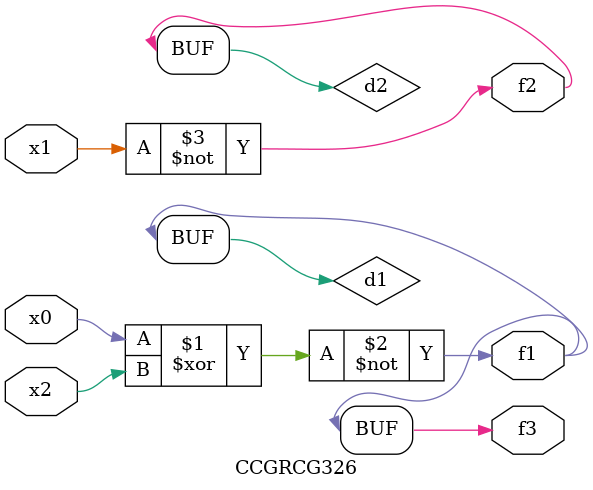
<source format=v>
module CCGRCG326(
	input x0, x1, x2,
	output f1, f2, f3
);

	wire d1, d2, d3;

	xnor (d1, x0, x2);
	nand (d2, x1);
	nor (d3, x1, x2);
	assign f1 = d1;
	assign f2 = d2;
	assign f3 = d1;
endmodule

</source>
